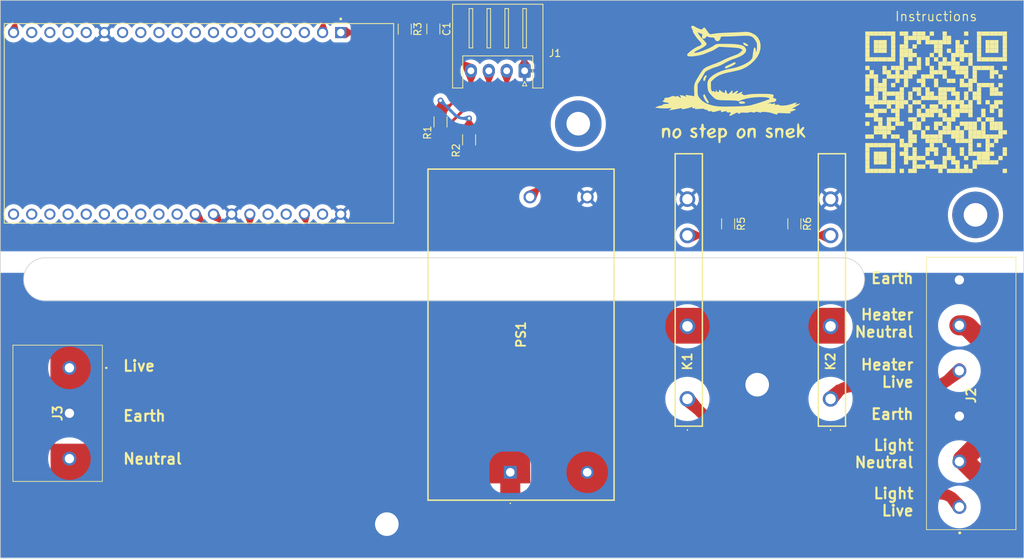
<source format=kicad_pcb>
(kicad_pcb (version 20221018) (generator pcbnew)
  (layers (0 "F.Cu" signal) (31 "B.Cu" signal) (34 "B.Paste" user) (35 "F.Paste" user) (36 "B.SilkS" user "B.Silkscreen") (37 "F.SilkS" user "F.Silkscreen") (38 "B.Mask" user) (39 "F.Mask" user) (44 "Edge.Cuts" user))
  (net 0 "")
  (net 1 "LIGHT_AC_P")
  (net 2 "AC_P_IN")
  (net 3 "LIGHT_EN")
  (net 4 "GND")
  (net 5 "HEAT_AC_P")
  (net 6 "HEAT_EN")
  (net 7 "AC_N_IN")
  (net 8 "+5V")
  (net 37 "Earth")
  (net 38 "SCL")
  (net 39 "LIGHT_LED_P")
  (net 40 "HEAT_LED_P")
  (net 41 "+3.3V")
  (net 42 "SDA")
  (net 43 "Net-(U1-EN)")
  (footprint "Resistor_SMD:R_1206_3216Metric_Pad1.30x1.75mm_HandSolder" (layer "F.Cu") (at 142.5 83 90)
    (fp_text reference "R1" (at -1.5 -1.82 90) (layer "F.SilkS"))
    (fp_text value "2.4k")
    (pad "1" smd roundrect (at -1.55 0 90) (size 1.3 1.75) (layers "F.Cu" "F.Paste" "F.Mask") (roundrect_rratio 0.1923076923) (net 38 "SCL"))
    (pad "2" smd roundrect (at 1.55 0 90) (size 1.3 1.75) (layers "F.Cu" "F.Paste" "F.Mask") (roundrect_rratio 0.1923076923) (net 41 "+3.3V"))
  )
  (footprint "Resistor_SMD:R_1206_3216Metric_Pad1.30x1.75mm_HandSolder" (layer "F.Cu") (at 146.5 85.5 90)
    (fp_text reference "R2" (at -1.5 -1.82 90) (layer "F.SilkS"))
    (fp_text value "2.4k")
    (pad "1" smd roundrect (at -1.55 0 90) (size 1.3 1.75) (layers "F.Cu" "F.Paste" "F.Mask") (roundrect_rratio 0.1923076923) (net 42 "SDA"))
    (pad "2" smd roundrect (at 1.55 0 90) (size 1.3 1.75) (layers "F.Cu" "F.Paste" "F.Mask") (roundrect_rratio 0.1923076923) (net 41 "+3.3V"))
  )
  (footprint "ESP32-DEVKITC-32D:MODULE_ESP32-DEVKITC-32D" (layer "F.Cu") (at 108.8 83.2 -90)
    (fp_text reference "U1" hide)
    (fp_text value "ESP32-DEVKITC-32D")
    (pad "J2-1" thru_hole rect (at -12.7 -19.76 270) (size 1.56 1.56) (drill 1.04) (layers "*.Cu" "*.Mask") (net 41 "+3.3V"))
    (pad "J2-2" thru_hole circle (at -12.7 -17.22 270) (size 1.56 1.56) (drill 1.04) (layers "*.Cu" "*.Mask") (net 43 "Net-(U1-EN)"))
    (pad "J2-3" thru_hole circle (at -12.7 -14.68 270) (size 1.56 1.56) (drill 1.04) (layers "*.Cu" "*.Mask"))
    (pad "J2-4" thru_hole circle (at -12.7 -12.14 270) (size 1.56 1.56) (drill 1.04) (layers "*.Cu" "*.Mask"))
    (pad "J2-5" thru_hole circle (at -12.7 -9.6 270) (size 1.56 1.56) (drill 1.04) (layers "*.Cu" "*.Mask"))
    (pad "J2-6" thru_hole circle (at -12.7 -7.06 270) (size 1.56 1.56) (drill 1.04) (layers "*.Cu" "*.Mask"))
    (pad "J2-7" thru_hole circle (at -12.7 -4.52 270) (size 1.56 1.56) (drill 1.04) (layers "*.Cu" "*.Mask"))
    (pad "J2-8" thru_hole circle (at -12.7 -1.98 270) (size 1.56 1.56) (drill 1.04) (layers "*.Cu" "*.Mask"))
    (pad "J2-9" thru_hole circle (at -12.7 0.56 270) (size 1.56 1.56) (drill 1.04) (layers "*.Cu" "*.Mask"))
    (pad "J2-10" thru_hole circle (at -12.7 3.1 270) (size 1.56 1.56) (drill 1.04) (layers "*.Cu" "*.Mask"))
    (pad "J2-11" thru_hole circle (at -12.7 5.64 270) (size 1.56 1.56) (drill 1.04) (layers "*.Cu" "*.Mask"))
    (pad "J2-12" thru_hole circle (at -12.7 8.18 270) (size 1.56 1.56) (drill 1.04) (layers "*.Cu" "*.Mask"))
    (pad "J2-13" thru_hole circle (at -12.7 10.72 270) (size 1.56 1.56) (drill 1.04) (layers "*.Cu" "*.Mask"))
    (pad "J2-14" thru_hole circle (at -12.7 13.26 270) (size 1.56 1.56) (drill 1.04) (layers "*.Cu" "*.Mask") (net 4 "GND"))
    (pad "J2-15" thru_hole circle (at -12.7 15.8 270) (size 1.56 1.56) (drill 1.04) (layers "*.Cu" "*.Mask"))
    (pad "J2-16" thru_hole circle (at -12.7 18.34 270) (size 1.56 1.56) (drill 1.04) (layers "*.Cu" "*.Mask"))
    (pad "J2-17" thru_hole circle (at -12.7 20.88 270) (size 1.56 1.56) (drill 1.04) (layers "*.Cu" "*.Mask"))
    (pad "J2-18" thru_hole circle (at -12.7 23.42 270) (size 1.56 1.56) (drill 1.04) (layers "*.Cu" "*.Mask"))
    (pad "J2-19" thru_hole circle (at -12.7 25.96 270) (size 1.56 1.56) (drill 1.04) (layers "*.Cu" "*.Mask") (net 8 "+5V"))
    (pad "J3-1" thru_hole circle (at 12.7 -19.76 270) (size 1.56 1.56) (drill 1.04) (layers "*.Cu" "*.Mask") (net 4 "GND"))
    (pad "J3-2" thru_hole circle (at 12.7 -17.22 270) (size 1.56 1.56) (drill 1.04) (layers "*.Cu" "*.Mask"))
    (pad "J3-3" thru_hole circle (at 12.7 -14.68 270) (size 1.56 1.56) (drill 1.04) (layers "*.Cu" "*.Mask") (net 38 "SCL"))
    (pad "J3-4" thru_hole circle (at 12.7 -12.14 270) (size 1.56 1.56) (drill 1.04) (layers "*.Cu" "*.Mask"))
    (pad "J3-5" thru_hole circle (at 12.7 -9.6 270) (size 1.56 1.56) (drill 1.04) (layers "*.Cu" "*.Mask"))
    (pad "J3-6" thru_hole circle (at 12.7 -7.06 270) (size 1.56 1.56) (drill 1.04) (layers "*.Cu" "*.Mask") (net 42 "SDA"))
    (pad "J3-7" thru_hole circle (at 12.7 -4.52 270) (size 1.56 1.56) (drill 1.04) (layers "*.Cu" "*.Mask") (net 4 "GND"))
    (pad "J3-8" thru_hole circle (at 12.7 -1.98 270) (size 1.56 1.56) (drill 1.04) (layers "*.Cu" "*.Mask") (net 3 "LIGHT_EN"))
    (pad "J3-9" thru_hole circle (at 12.7 0.56 270) (size 1.56 1.56) (drill 1.04) (layers "*.Cu" "*.Mask") (net 6 "HEAT_EN"))
    (pad "J3-10" thru_hole circle (at 12.7 3.1 270) (size 1.56 1.56) (drill 1.04) (layers "*.Cu" "*.Mask"))
    (pad "J3-11" thru_hole circle (at 12.7 5.64 270) (size 1.56 1.56) (drill 1.04) (layers "*.Cu" "*.Mask"))
    (pad "J3-12" thru_hole circle (at 12.7 8.18 270) (size 1.56 1.56) (drill 1.04) (layers "*.Cu" "*.Mask"))
    (pad "J3-13" thru_hole circle (at 12.7 10.72 270) (size 1.56 1.56) (drill 1.04) (layers "*.Cu" "*.Mask"))
    (pad "J3-14" thru_hole circle (at 12.7 13.26 270) (size 1.56 1.56) (drill 1.04) (layers "*.Cu" "*.Mask"))
    (pad "J3-15" thru_hole circle (at 12.7 15.8 270) (size 1.56 1.56) (drill 1.04) (layers "*.Cu" "*.Mask"))
    (pad "J3-16" thru_hole circle (at 12.7 18.34 270) (size 1.56 1.56) (drill 1.04) (layers "*.Cu" "*.Mask"))
    (pad "J3-17" thru_hole circle (at 12.7 20.88 270) (size 1.56 1.56) (drill 1.04) (layers "*.Cu" "*.Mask"))
    (pad "J3-18" thru_hole circle (at 12.7 23.42 270) (size 1.56 1.56) (drill 1.04) (layers "*.Cu" "*.Mask"))
    (pad "J3-19" thru_hole circle (at 12.7 25.96 270) (size 1.56 1.56) (drill 1.04) (layers "*.Cu" "*.Mask"))
  )
  (footprint "Resistor_SMD:R_1206_3216Metric_Pad1.30x1.75mm_HandSolder" (layer "F.Cu") (at 137.5 70.03 -90)
    (fp_text reference "R3" (at 0 -1.82 90) (layer "F.SilkS"))
    (fp_text value "10k")
    (pad "1" smd roundrect (at -1.55 0 270) (size 1.3 1.75) (layers "F.Cu" "F.Paste" "F.Mask") (roundrect_rratio 0.1923076923) (net 43 "Net-(U1-EN)"))
    (pad "2" smd roundrect (at 1.55 0 270) (size 1.3 1.75) (layers "F.Cu" "F.Paste" "F.Mask") (roundrect_rratio 0.1923076923) (net 41 "+3.3V"))
  )
  (footprint "Resistor_SMD:R_1206_3216Metric_Pad1.30x1.75mm_HandSolder" (layer "F.Cu") (at 191.9385 97.25 -90)
    (fp_text reference "R6" (at 0 -1.82 90) (layer "F.SilkS"))
    (fp_text value "422")
    (pad "1" smd roundrect (at -1.55 0 270) (size 1.3 1.75) (layers "F.Cu" "F.Paste" "F.Mask") (roundrect_rratio 0.1923076923) (net 6 "HEAT_EN"))
    (pad "2" smd roundrect (at 1.55 0 270) (size 1.3 1.75) (layers "F.Cu" "F.Paste" "F.Mask") (roundrect_rratio 0.1923076923) (net 40 "HEAT_LED_P"))
  )
  (footprint "Phoenix 1713969:1713969" (layer "F.Cu") (at 215 136.85 90)
    (fp_text reference "J2" (at 15.6 1.65 90) (layer "F.SilkS") (effects (font (size 1.27 1.27) (thickness 0.254))))
    (fp_text value "Screw_Terminal_01x06" hide)
    (pad "1" thru_hole circle (at 0 0 90) (size 1.95 1.95) (drill 1.3) (layers "*.Cu" "*.Mask") (net 1 "LIGHT_AC_P"))
    (pad "2" thru_hole circle (at 6.35 0 90) (size 1.95 1.95) (drill 1.3) (layers "*.Cu" "*.Mask") (net 7 "AC_N_IN"))
    (pad "3" thru_hole circle (at 12.7 0 90) (size 1.95 1.95) (drill 1.3) (layers "*.Cu" "*.Mask") (net 37 "Earth"))
    (pad "4" thru_hole circle (at 19.05 0 90) (size 1.95 1.95) (drill 1.3) (layers "*.Cu" "*.Mask") (net 5 "HEAT_AC_P"))
    (pad "5" thru_hole circle (at 25.4 0 90) (size 1.95 1.95) (drill 1.3) (layers "*.Cu" "*.Mask") (net 7 "AC_N_IN"))
    (pad "6" thru_hole circle (at 31.75 0 90) (size 1.95 1.95) (drill 1.3) (layers "*.Cu" "*.Mask") (net 37 "Earth"))
  )
  (footprint "RAC10E-05SK_277:RAC10E05SK277" (layer "F.Cu") (at 152.25 132 90)
    (fp_text reference "PS1" (at 19.25 1.5 90) (layer "F.SilkS") (effects (font (size 1.27 1.27) (thickness 0.254))))
    (fp_text value "RAC10E-05SK_277" hide)
    (pad "1" thru_hole rect (at 0 0 90) (size 1.8 1.8) (drill 1.2) (layers "*.Cu" "*.Mask") (net 7 "AC_N_IN"))
    (pad "2" thru_hole circle (at 0 10.75 90) (size 1.8 1.8) (drill 1.2) (layers "*.Cu" "*.Mask") (net 2 "AC_P_IN"))
    (pad "3" thru_hole circle (at 38.5 10.75 90) (size 1.8 1.8) (drill 1.2) (layers "*.Cu" "*.Mask") (net 4 "GND"))
    (pad "4" thru_hole circle (at 38.5 2.75 90) (size 1.8 1.8) (drill 1.2) (layers "*.Cu" "*.Mask") (net 8 "+5V"))
  )
  (footprint "Resistor_SMD:R_1206_3216Metric_Pad1.30x1.75mm_HandSolder" (layer "F.Cu") (at 182.6885 97.25 -90)
    (fp_text reference "R5" (at 0 -1.82 90) (layer "F.SilkS"))
    (fp_text value "422")
    (pad "1" smd roundrect (at -1.55 0 270) (size 1.3 1.75) (layers "F.Cu" "F.Paste" "F.Mask") (roundrect_rratio 0.1923076923) (net 3 "LIGHT_EN"))
    (pad "2" smd roundrect (at 1.55 0 270) (size 1.3 1.75) (layers "F.Cu" "F.Paste" "F.Mask") (roundrect_rratio 0.1923076923) (net 39 "LIGHT_LED_P"))
  )
  (footprint "snek:snek" (layer "F.Cu") (at 183 77.75)
    (fp_text reference "G***" hide)
    (fp_text value "LOGO" hide)
  )
  (footprint "Connector_JST:JST_XH_S4B-XH-A_1x04_P2.50mm_Horizontal" (layer "F.Cu") (at 154.25 75.85 180)
    (fp_text reference "J1" (at -4.25 2.45) (layer "F.SilkS"))
    (fp_text value "S4B-XH-A(LF)(SN)")
    (pad "1" thru_hole roundrect (at 0 0 180) (size 1.7 1.95) (drill 0.95) (layers "*.Cu" "*.Mask") (roundrect_rratio 0.1470588235) (net 4 "GND"))
    (pad "2" thru_hole oval (at 2.5 0 180) (size 1.7 1.95) (drill 0.95) (layers "*.Cu" "*.Mask") (net 42 "SDA"))
    (pad "3" thru_hole oval (at 5 0 180) (size 1.7 1.95) (drill 0.95) (layers "*.Cu" "*.Mask") (net 38 "SCL"))
    (pad "4" thru_hole oval (at 7.5 0 180) (size 1.7 1.95) (drill 0.95) (layers "*.Cu" "*.Mask") (net 41 "+3.3V"))
  )
  (footprint "CPC40055ST:CPC40055ST" (layer "F.Cu") (at 177 121.74 90)
    (fp_text reference "K1" (at 5.24 0 90) (layer "F.SilkS") (effects (font (size 1.27 1.27) (thickness 0.254))))
    (fp_text value "CPC40055ST" hide)
    (pad "1" thru_hole circle (at 0 0 90) (size 2.175 2.175) (drill 1.45) (layers "*.Cu" "*.Mask") (net 1 "LIGHT_AC_P"))
    (pad "2" thru_hole circle (at 10.16 0 90) (size 2.175 2.175) (drill 1.45) (layers "*.Cu" "*.Mask") (net 2 "AC_P_IN"))
    (pad "3" thru_hole circle (at 22.86 0 90) (size 2.175 2.175) (drill 1.45) (layers "*.Cu" "*.Mask") (net 39 "LIGHT_LED_P"))
    (pad "4" thru_hole circle (at 27.94 0 90) (size 2.175 2.175) (drill 1.45) (layers "*.Cu" "*.Mask") (net 4 "GND"))
  )
  (footprint "QR:rickroll" (layer "F.Cu") (at 211.75 80.25)
    (fp_text reference "QR*****" hide)
    (fp_text value "Instructions" (at 0 -12 unlocked) (layer "F.SilkS") (effects (font (size 1.3 1.3))))
  )
  (footprint "Capacitor_SMD:C_1206_3216Metric_Pad1.33x1.80mm_HandSolder" (layer "F.Cu") (at 141.5 70 -90)
    (fp_text reference "C1" (at 0 -1.85 90) (layer "F.SilkS"))
    (fp_text value "1u")
    (pad "1" smd roundrect (at -1.5625 0 270) (size 1.325 1.8) (layers "F.Cu" "F.Paste" "F.Mask") (roundrect_rratio 0.1886792453) (net 43 "Net-(U1-EN)"))
    (pad "2" smd roundrect (at 1.5625 0 270) (size 1.325 1.8) (layers "F.Cu" "F.Paste" "F.Mask") (roundrect_rratio 0.1886792453) (net 4 "GND"))
  )
  (footprint "Phoenix 1714968:1714968" (layer "F.Cu") (at 90.65 117.395 -90)
    (fp_text reference "J3" (at 6.355 1.65 90) (layer "F.SilkS") (effects (font (size 1.27 1.27) (thickness 0.254))))
    (fp_text value "Screw_Terminal_01x03" hide)
    (pad "1" thru_hole circle (at 0 0 270) (size 1.95 1.95) (drill 1.3) (layers "*.Cu" "*.Mask") (net 2 "AC_P_IN"))
    (pad "2" thru_hole circle (at 6.35 0 270) (size 1.95 1.95) (drill 1.3) (layers "*.Cu" "*.Mask") (net 37 "Earth"))
    (pad "3" thru_hole circle (at 12.7 0 270) (size 1.95 1.95) (drill 1.3) (layers "*.Cu" "*.Mask") (net 7 "AC_N_IN"))
  )
  (footprint "CPC40055ST:CPC40055ST" (layer "F.Cu") (at 197 121.74 90)
    (fp_text reference "K2" (at 5.24 0 90) (layer "F.SilkS") (effects (font (size 1.27 1.27) (thickness 0.254))))
    (fp_text value "CPC40055ST" hide)
    (pad "1" thru_hole circle (at 0 0 90) (size 2.175 2.175) (drill 1.45) (layers "*.Cu" "*.Mask") (net 5 "HEAT_AC_P"))
    (pad "2" thru_hole circle (at 10.16 0 90) (size 2.175 2.175) (drill 1.45) (layers "*.Cu" "*.Mask") (net 2 "AC_P_IN"))
    (pad "3" thru_hole circle (at 22.86 0 90) (size 2.175 2.175) (drill 1.45) (layers "*.Cu" "*.Mask") (net 40 "HEAT_LED_P"))
    (pad "4" thru_hole circle (at 27.94 0 90) (size 2.175 2.175) (drill 1.45) (layers "*.Cu" "*.Mask") (net 4 "GND"))
  )
  (gr_line (start 81 66) (end 224 66) (stroke (width 0.1)) (layer "Edge.Cuts"))
  (gr_arc (start 198.75 102) (mid 201.75 105) (end 198.75 108) (stroke (width 0.1)) (layer "Edge.Cuts"))
  (gr_line (start 146 108) (end 198.75 108) (stroke (width 0.1)) (layer "Edge.Cuts"))
  (gr_line (start 81 144) (end 224 144) (stroke (width 0.1)) (layer "Edge.Cuts"))
  (gr_line (start 198.75 102) (end 146 102) (stroke (width 0.1)) (layer "Edge.Cuts"))
  (gr_line (start 146 102) (end 87.25 102) (stroke (width 0.1)) (layer "Edge.Cuts"))
  (gr_line (start 87.25 108) (end 146 108) (stroke (width 0.1)) (layer "Edge.Cuts"))
  (gr_line (start 81 66) (end 81 144) (stroke (width 0.1)) (layer "Edge.Cuts"))
  (gr_line (start 224 144) (end 224 67) (stroke (width 0.1)) (layer "Edge.Cuts"))
  (gr_line (start 224 66) (end 224 67) (stroke (width 0.1)) (layer "Edge.Cuts"))
  (gr_arc (start 87.25 108) (mid 84.25 105) (end 87.25 102) (stroke (width 0.1)) (layer "Edge.Cuts"))
  (gr_text "Copyright © 2018-2023 Jacob McSwain" (at 83 142) (layer "F.Cu") (effects (font (size 1.5 1.5) (thickness 0.3) bold) (justify left bottom)))
  (gr_text "SnekSafe v1.1" (at 83 139) (layer "F.Cu") (effects (font (size 1.5 1.5) (thickness 0.3) bold) (justify left bottom)))
  (gr_text "Light\nNeutral" (at 208.75 131.5) (layer "F.SilkS") (effects (font (size 1.5 1.5) (thickness 0.3) bold) (justify right bottom)))
  (gr_text "Heater\nLive" (at 208.75 120.25) (layer "F.SilkS") (effects (font (size 1.5 1.5) (thickness 0.3) bold) (justify right bottom)))
  (gr_text "Heater\nNeutral" (at 208.75 113.25) (layer "F.SilkS") (effects (font (size 1.5 1.5) (thickness 0.3) bold) (justify right bottom)))
  (gr_text "Earth" (at 208.75 105.75) (layer "F.SilkS") (effects (font (size 1.5 1.5) (thickness 0.3) bold) (justify right bottom)))
  (gr_text "Live" (at 98 118) (layer "F.SilkS") (effects (font (size 1.5 1.5) (thickness 0.3) bold) (justify left bottom)))
  (gr_text "Neutral" (at 98 131) (layer "F.SilkS") (effects (font (size 1.5 1.5) (thickness 0.3) bold) (justify left bottom)))
  (gr_text "Light\nLive" (at 208.75 138.25) (layer "F.SilkS") (effects (font (size 1.5 1.5) (thickness 0.3) bold) (justify right bottom)))
  (gr_text "Earth" (at 208.75 124.75) (layer "F.SilkS") (effects (font (size 1.5 1.5) (thickness 0.3) bold) (justify right bottom)))
  (gr_text "Earth" (at 98 125) (layer "F.SilkS") (effects (font (size 1.5 1.5) (thickness 0.3) bold) (justify left bottom)))
  (via (at 161.75 83.25) (size 6.5) (drill 3.3) (layers "F.Cu" "B.Cu") (net 0))
  (via (at 217.25 96) (size 6.5) (drill 3.3) (layers "F.Cu" "B.Cu") (net 0))
  (segment (start 192.513963 135) (end 212.268629 135) (width 1.6) (layer "F.Cu") (net 1))
  (segment (start 214.2 135.8) (end 215 136.6) (width 1.6) (layer "F.Cu") (net 1))
  (segment (start 188.666207 133.406207) (end 177 121.74) (width 1.6) (layer "F.Cu") (net 1))
  (arc (start 214.2 135.8) (mid 213.313879 135.207913) (end 212.268629 135) (width 1.6) (layer "F.Cu") (net 1))
  (arc (start 188.666207 133.406207) (mid 190.431572 134.585786) (end 192.513963 135) (width 1.6) (layer "F.Cu") (net 1))
  (segment (start 113.053707 98.173707) (end 110.78 95.9) (width 0.4) (layer "F.Cu") (net 3))
  (segment (start 182.5385 95.85) (end 182.6885 95.7) (width 0.4) (layer "F.Cu") (net 3))
  (segment (start 174.253963 96) (end 182.176367 96) (width 0.4) (layer "F.Cu") (net 3))
  (segment (start 170.406206 97.593792) (end 169.826292 98.173707) (width 0.4) (layer "F.Cu") (net 3))
  (segment (start 116.901463 99.7675) (end 165.978536 99.7675) (width 0.4) (layer "F.Cu") (net 3))
  (arc (start 169.826292 98.173707) (mid 168.060926 99.353286) (end 165.978536 99.7675) (width 0.4) (layer "F.Cu") (net 3))
  (arc (start 182.5385 95.85) (mid 182.372352 95.961016) (end 182.176367 96) (width 0.4) (layer "F.Cu") (net 3))
  (arc (start 113.053707 98.173707) (mid 114.819072 99.353286) (end 116.901463 99.7675) (width 0.4) (layer "F.Cu") (net 3))
  (arc (start 174.253963 96) (mid 172.171572 96.414213) (end 170.406206 97.593792) (width 0.4) (layer "F.Cu") (net 3))
  (segment (start 149.66215 71.5625) (end 141.5 71.5625) (width 0.4) (layer "F.Cu") (net 4))
  (segment (start 154.25 75.05) (end 154.25 75.85) (width 0.4) (layer "F.Cu") (net 4))
  (segment (start 153.684314 73.684314) (end 152.90625 72.90625) (width 0.4) (layer "F.Cu") (net 4))
  (arc (start 153.684314 73.684314) (mid 154.102982 74.310896) (end 154.25 75.05) (width 0.4) (layer "F.Cu") (net 4))
  (arc (start 152.90625 72.90625) (mid 151.417844 71.911729) (end 149.66215 71.5625) (width 0.4) (layer "F.Cu") (net 4))
  (segment (start 213.775 118.775) (end 215 117.55) (width 1.6) (layer "F.Cu") (net 5))
  (segment (start 197.87 120.87) (end 197 121.74) (width 1.6) (layer "F.Cu") (net 5))
  (segment (start 199.970365 120) (end 210.817588 120) (width 1.6) (layer "F.Cu") (net 5))
  (arc (start 213.775 118.775) (mid 212.418127 119.681632) (end 210.817588 120) (width 1.6) (layer "F.Cu") (net 5))
  (arc (start 199.970365 120) (mid 198.833655 120.226105) (end 197.87 120.87) (width 1.6) (layer "F.Cu") (net 5))
  (segment (start 111.513707 99.173707) (end 108.24 95.9) (width 0.4) (layer "F.Cu") (net 6))
  (segment (start 188.464792 99.173707) (end 191.9385 95.7) (width 0.4) (layer "F.Cu") (net 6))
  (segment (start 115.361463 100.7675) (end 184.617036 100.7675) (width 0.4) (layer "F.Cu") (net 6))
  (arc (start 188.464792 99.173707) (mid 186.699426 100.353286) (end 184.617036 100.7675) (width 0.4) (layer "F.Cu") (net 6))
  (arc (start 111.513707 99.173707) (mid 113.279072 100.353286) (end 115.361463 100.7675) (width 0.4) (layer "F.Cu") (net 6))
  (segment (start 215.475 111.45) (end 215 111.45) (width 2.8) (layer "F.Cu") (net 7))
  (segment (start 220 138.085786) (end 220 137.003963) (width 2.8) (layer "F.Cu") (net 7))
  (segment (start 219.8 117.553963) (end 219.8 123.696036) (width 2.8) (layer "F.Cu") (net 7))
  (segment (start 153.843792 138.843792) (end 154.906207 139.906207) (width 2.8) (layer "F.Cu") (net 7))
  (segment (start 152.25 134.996036) (end 152.25 132) (width 2.8) (layer "F.Cu") (net 7))
  (segment (start 216.585786 141.5) (end 158.753963 141.5) (width 2.8) (layer "F.Cu") (net 7))
  (segment (start 215.5 130.25) (end 218.406207 133.156207) (width 2.8) (layer "F.Cu") (net 7))
  (segment (start 215.5 130.25) (end 218.206207 127.543792) (width 2.8) (layer "F.Cu") (net 7))
  (segment (start 216.285875 111.785875) (end 218.206207 113.706207) (width 2.8) (layer "F.Cu") (net 7))
  (arc (start 152.25 134.996036) (mid 152.664213 137.078426) (end 153.843792 138.843792) (width 2.8) (layer "F.Cu") (net 7))
  (arc (start 154.906207 139.906207) (mid 156.671572 141.085786) (end 158.753963 141.5) (width 2.8) (layer "F.Cu") (net 7))
  (arc (start 216.285875 111.785875) (mid 215.913842 111.537291) (end 215.475 111.45) (width 2.8) (layer "F.Cu") (net 7))
  (arc (start 218.206207 113.706207) (mid 219.385786 115.471572) (end 219.8 117.553963) (width 2.8) (layer "F.Cu") (net 7))
  (arc (start 218.406207 133.156207) (mid 219.585786 134.921572) (end 220 137.003963) (width 2.8) (layer "F.Cu") (net 7))
  (arc (start 219.8 123.696036) (mid 219.385786 125.778426) (end 218.206207 127.543792) (width 2.8) (layer "F.Cu") (net 7))
  (arc (start 220 138.085786) (mid 219.740108 139.392349) (end 219 140.5) (width 2.8) (layer "F.Cu") (net 7))
  (arc (start 219 140.5) (mid 217.892349 141.240108) (end 216.585786 141.5) (width 2.8) (layer "F.Cu") (net 7))
  (segment (start 156.4 74.453963) (end 156.4 91.11005) (width 0.4) (layer "F.Cu") (net 8))
  (segment (start 82.84 69.955) (end 82.84 70.5) (width 0.4) (layer "F.Cu") (net 8))
  (segment (start 87.380904 66.75) (end 148.696036 66.75) (width 0.4) (layer "F.Cu") (net 8))
  (segment (start 155.7 92.8) (end 155 93.5) (width 0.4) (layer "F.Cu") (net 8))
  (segment (start 154.806207 70.606207) (end 152.543792 68.343792) (width 0.4) (layer "F.Cu") (net 8))
  (segment (start 84.169999 68.079999) (end 83.225373 69.024626) (width 0.4) (layer "F.Cu") (net 8))
  (arc (start 152.543792 68.343792) (mid 150.778426 67.164213) (end 148.696036 66.75) (width 0.4) (layer "F.Cu") (net 8))
  (arc (start 83.225373 69.024626) (mid 82.940155 69.451485) (end 82.84 69.955) (width 0.4) (layer "F.Cu") (net 8))
  (arc (start 87.380904 66.75) (mid 85.643175 67.095655) (end 84.169999 68.079999) (width 0.4) (layer "F.Cu") (net 8))
  (arc (start 154.806207 70.606207) (mid 155.985786 72.371572) (end 156.4 74.453963) (width 0.4) (layer "F.Cu") (net 8))
  (arc (start 156.4 91.11005) (mid 156.218075 92.024644) (end 155.7 92.8) (width 0.4) (layer "F.Cu") (net 8))
  (via (at 135 139.25) (size 6.5) (drill 3.3) (layers "F.Cu" "B.Cu") (net 37))
  (via (at 186.75 119.75) (size 6.5) (drill 3.3) (layers "F.Cu" "B.Cu") (net 37))
  (segment (start 123.48 96.44) (end 123.48 95.9) (width 0.4) (layer "F.Cu") (net 38))
  (segment (start 140.326292 96.173706) (end 140.906207 95.593792) (width 0.4) (layer "F.Cu") (net 38))
  (segment (start 136.478536 97.7675) (end 124.824346 97.7675) (width 0.4) (layer "F.Cu") (net 38))
  (segment (start 123.87375 97.37375) (end 123.861837 97.361837) (width 0.4) (layer "F.Cu") (net 38))
  (segment (start 142.5 84.55) (end 142.5 91.746036) (width 0.4) (layer "F.Cu") (net 38))
  (segment (start 149.25 76.825) (end 149.25 75.85) (width 0.4) (layer "F.Cu") (net 38))
  (segment (start 142.5 84.55) (end 148.56057 78.489429) (width 0.4) (layer "F.Cu") (net 38))
  (arc (start 140.326292 96.173706) (mid 138.560926 97.353286) (end 136.478536 97.7675) (width 0.4) (layer "F.Cu") (net 38))
  (arc (start 123.87375 97.37375) (mid 124.309887 97.665167) (end 124.824346 97.7675) (width 0.4) (layer "F.Cu") (net 38))
  (arc (start 142.5 91.746036) (mid 142.085786 93.828426) (end 140.906207 95.593792) (width 0.4) (layer "F.Cu") (net 38))
  (arc (start 123.48 96.44) (mid 123.579236 96.938894) (end 123.861837 97.361837) (width 0.4) (layer "F.Cu") (net 38))
  (arc (start 149.25 76.825) (mid 149.070822 77.725782) (end 148.56057 78.489429) (width 0.4) (layer "F.Cu") (net 38))
  (segment (start 182.551931 98.88) (end 177 98.88) (width 0.4) (layer "F.Cu") (net 39))
  (segment (start 182.6485 98.84) (end 182.6885 98.8) (width 0.4) (layer "F.Cu") (net 39))
  (arc (start 182.6485 98.84) (mid 182.604193 98.869604) (end 182.551931 98.88) (width 0.4) (layer "F.Cu") (net 39))
  (segment (start 191.9785 98.84) (end 191.9385 98.8) (width 0.4) (layer "F.Cu") (net 40))
  (segment (start 192.075068 98.88) (end 197 98.88) (width 0.4) (layer "F.Cu") (net 40))
  (arc (start 191.9785 98.84) (mid 192.022805 98.869604) (end 192.075068 98.88) (width 0.4) (layer "F.Cu") (net 40))
  (segment (start 146.5 82.5) (end 146.5 83.95) (width 0.4) (layer "F.Cu") (net 41))
  (segment (start 141.878858 73.5) (end 142.738299 73.5) (width 0.4) (layer "F.Cu") (net 41))
  (segment (start 139.525 72.525) (end 138.921231 71.921231) (width 0.4) (layer "F.Cu") (net 41))
  (segment (start 142.5 81.175) (end 142.5 80) (width 0.4) (layer "F.Cu") (net 41))
  (segment (start 138.025 71.55) (end 137.5 71.55) (width 0.4) (layer "F.Cu") (net 41))
  (segment (start 143.244454 81.255545) (end 146.078248 78.421751) (width 0.4) (layer "F.Cu") (net 41))
  (segment (start 145.575 74.675) (end 146.078248 75.178248) (width 0.4) (layer "F.Cu") (net 41))
  (segment (start 135.707537 70.5) (end 128.56 70.5) (width 0.4) (layer "F.Cu") (net 41))
  (segment (start 136.975 71.025) (end 137.5 71.55) (width 0.4) (layer "F.Cu") (net 41))
  (via (at 142.5 80) (size 0.8) (drill 0.4) (layers "F.Cu" "B.Cu") (net 41))
  (via (at 146.5 82.5) (size 0.8) (drill 0.4) (layers "F.Cu" "B.Cu") (net 41))
  (arc (start 136.975 71.025) (mid 136.393483 70.636443) (end 135.707537 70.5) (width 0.4) (layer "F.Cu") (net 41))
  (arc (start 142.5 81.175) (mid 142.580545 81.369454) (end 142.775 81.45) (width 0.4) (layer "F.Cu") (net 41))
  (arc (start 139.525 72.525) (mid 140.604959 73.246605) (end 141.878858 73.5) (width 0.4) (layer "F.Cu") (net 41))
  (arc (start 146.078248 75.178248) (mid 146.575417 75.922314) (end 146.75 76.8) (width 0.4) (layer "F.Cu") (net 41))
  (arc (start 138.921231 71.921231) (mid 138.510036 71.646479) (end 138.025 71.55) (width 0.4) (layer "F.Cu") (net 41))
  (arc (start 145.575 74.675) (mid 144.27351 73.805372) (end 142.738299 73.5) (width 0.4) (layer "F.Cu") (net 41))
  (arc (start 146.75 76.8) (mid 146.575417 77.677685) (end 146.078248 78.421751) (width 0.4) (layer "F.Cu") (net 41))
  (arc (start 143.244454 81.255545) (mid 143.029066 81.399462) (end 142.775 81.45) (width 0.4) (layer "F.Cu") (net 41))
  (segment (start 146.5 82.5) (end 145.75 82.5) (width 0.4) (layer "B.Cu") (net 41))
  (segment (start 142.5 80) (end 144.469669 81.969669) (width 0.4) (layer "B.Cu") (net 41))
  (arc (start 144.469669 81.969669) (mid 145.05709 82.362171) (end 145.75 82.5) (width 0.4) (layer "B.Cu") (net 41))
  (segment (start 144.906207 94.593792) (end 142.326292 97.173707) (width 0.4) (layer "F.Cu") (net 42))
  (segment (start 146.5 87.05) (end 146.5 90.746036) (width 0.4) (layer "F.Cu") (net 42))
  (segment (start 138.478536 98.7675) (end 117.409199 98.7675) (width 0.4) (layer "F.Cu") (net 42))
  (segment (start 146.5 87.05) (end 150.156207 83.393792) (width 0.4) (layer "F.Cu") (net 42))
  (segment (start 151.75 79.546036) (end 151.75 75.85) (width 0.4) (layer "F.Cu") (net 42))
  (segment (start 115.86 97.2183) (end 115.86 95.9) (width 0.4) (layer "F.Cu") (net 42))
  (arc (start 146.5 90.746036) (mid 146.085786 92.828426) (end 144.906207 94.593792) (width 0.4) (layer "F.Cu") (net 42))
  (arc (start 151.75 79.546036) (mid 151.335786 81.628426) (end 150.156207 83.393792) (width 0.4) (layer "F.Cu") (net 42))
  (arc (start 142.326292 97.173707) (mid 140.560926 98.353286) (end 138.478536 98.7675) (width 0.4) (layer "F.Cu") (net 42))
  (arc (start 116.31375 98.31375) (mid 116.816346 98.649574) (end 117.409199 98.7675) (width 0.4) (layer "F.Cu") (net 42))
  (arc (start 115.86 97.2183) (mid 115.977925 97.811153) (end 116.31375 98.31375) (width 0.4) (layer "F.Cu") (net 42))
  (segment (start 126.02 69.781543) (end 126.02 70.5) (width 0.4) (layer "F.Cu") (net 43))
  (segment (start 137.521338 68.4375) (end 141.5 68.4375) (width 0.4) (layer "F.Cu") (net 43))
  (segment (start 137.491161 68.45) (end 127.351543 68.45) (width 0.4) (layer "F.Cu") (net 43))
  (arc (start 137.50625 68.44375) (mid 137.499327 68.448375) (end 137.491161 68.45) (width 0.4) (layer "F.Cu") (net 43))
  (arc (start 127.351543 68.45) (mid 126.841983 68.551357) (end 126.41 68.84) (width 0.4) (layer "F.Cu") (net 43))
  (arc (start 137.521338 68.4375) (mid 137.513172 68.439124) (end 137.50625 68.44375) (width 0.4) (layer "F.Cu") (net 43))
  (arc (start 126.41 68.84) (mid 126.121357 69.271983) (end 126.02 69.781543) (width 0.4) (layer "F.Cu") (net 43))
  (zone (net 2) (net_name "AC_P_IN") (layer "F.Cu") (priority 2) (connect_pads yes (clearance 0.5)) (min_thickness 0.25) (fill yes (thermal_gap 0.5) (thermal_bridge_width 0.5))
    (polygon (pts (xy 199 109) (xy 199 114) (xy 175 114) (xy 168 121) (xy 168 137) (xy 159 137) (xy 159 109)))
  )
  (zone (net 7) (net_name "AC_N_IN") (layer "F.Cu") (priority 3) (connect_pads yes (clearance 0.5)) (min_thickness 0.25) (fill yes (thermal_gap 0.5) (thermal_bridge_width 0.5))
    (polygon (pts (xy 155.05 133.55) (xy 88.05 133.55) (xy 88 128) (xy 155 128)))
  )
  (zone (net 2) (net_name "AC_P_IN") (layer "F.Cu") (priority 4) (connect_pads yes (clearance 0.5)) (min_thickness 0.25) (fill yes (thermal_gap 0.5) (thermal_bridge_width 0.5))
    (polygon (pts (xy 163 121) (xy 88 121) (xy 88 114) (xy 141 114) (xy 159 109) (xy 163 109)))
  )
  (zone (net 4) (net_name "GND") (layer "B.Cu") (connect_pads (clearance 0.5)) (min_thickness 0.25) (fill yes (thermal_gap 0.5) (thermal_bridge_width 0.5))
    (polygon (pts (xy 81 66) (xy 81 101.1) (xy 224 101.1) (xy 224 66)))
  )
  (zone (net 37) (net_name "Earth") (layer "B.Cu") (priority 1) (connect_pads yes (clearance 0.5)) (min_thickness 0.25) (fill yes (thermal_gap 0.5) (thermal_bridge_width 0.5))
    (polygon (pts (xy 81 104.1) (xy 81 144) (xy 224 144) (xy 224 104.1)))
  )
)
</source>
